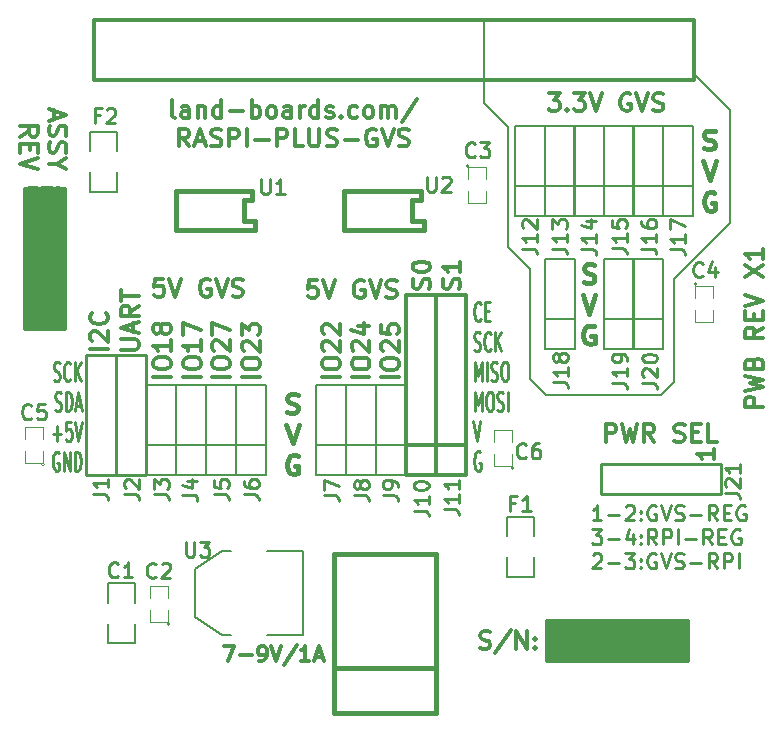
<source format=gto>
G04 (created by PCBNEW (2013-05-31 BZR 4019)-stable) date 7/18/2014 6:41:03 PM*
%MOIN*%
G04 Gerber Fmt 3.4, Leading zero omitted, Abs format*
%FSLAX34Y34*%
G01*
G70*
G90*
G04 APERTURE LIST*
%ADD10C,0.00590551*%
%ADD11C,0.00787402*%
%ADD12C,0.00984252*%
%ADD13C,0.011811*%
%ADD14C,0.015*%
%ADD15C,0.00875*%
%ADD16C,0.01*%
%ADD17C,0.006*%
%ADD18C,0.012*%
%ADD19C,0.005*%
%ADD20C,0.008*%
%ADD21C,0.0039*%
%ADD22C,0.025*%
G04 APERTURE END LIST*
G54D10*
G54D11*
X15790Y-3160D02*
X15790Y-350D01*
X16570Y-3940D02*
X15790Y-3160D01*
X17310Y-12370D02*
X17310Y-8690D01*
X17840Y-12900D02*
X17310Y-12370D01*
X21680Y-12900D02*
X17840Y-12900D01*
X22110Y-12470D02*
X21680Y-12900D01*
X22110Y-9040D02*
X22110Y-12470D01*
X23980Y-7170D02*
X22110Y-9040D01*
G54D12*
X19700Y-17072D02*
X19415Y-17072D01*
X19558Y-17072D02*
X19558Y-16572D01*
X19510Y-16643D01*
X19462Y-16691D01*
X19415Y-16715D01*
X19915Y-16881D02*
X20296Y-16881D01*
X20510Y-16620D02*
X20534Y-16596D01*
X20581Y-16572D01*
X20700Y-16572D01*
X20748Y-16596D01*
X20772Y-16620D01*
X20796Y-16667D01*
X20796Y-16715D01*
X20772Y-16786D01*
X20486Y-17072D01*
X20796Y-17072D01*
X21010Y-17024D02*
X21034Y-17048D01*
X21010Y-17072D01*
X20986Y-17048D01*
X21010Y-17024D01*
X21010Y-17072D01*
X21010Y-16762D02*
X21034Y-16786D01*
X21010Y-16810D01*
X20986Y-16786D01*
X21010Y-16762D01*
X21010Y-16810D01*
X21510Y-16596D02*
X21462Y-16572D01*
X21391Y-16572D01*
X21320Y-16596D01*
X21272Y-16643D01*
X21248Y-16691D01*
X21224Y-16786D01*
X21224Y-16858D01*
X21248Y-16953D01*
X21272Y-17000D01*
X21320Y-17048D01*
X21391Y-17072D01*
X21439Y-17072D01*
X21510Y-17048D01*
X21534Y-17024D01*
X21534Y-16858D01*
X21439Y-16858D01*
X21677Y-16572D02*
X21843Y-17072D01*
X22010Y-16572D01*
X22153Y-17048D02*
X22224Y-17072D01*
X22343Y-17072D01*
X22391Y-17048D01*
X22415Y-17024D01*
X22439Y-16977D01*
X22439Y-16929D01*
X22415Y-16881D01*
X22391Y-16858D01*
X22343Y-16834D01*
X22248Y-16810D01*
X22200Y-16786D01*
X22177Y-16762D01*
X22153Y-16715D01*
X22153Y-16667D01*
X22177Y-16620D01*
X22200Y-16596D01*
X22248Y-16572D01*
X22367Y-16572D01*
X22439Y-16596D01*
X22653Y-16881D02*
X23034Y-16881D01*
X23558Y-17072D02*
X23391Y-16834D01*
X23272Y-17072D02*
X23272Y-16572D01*
X23462Y-16572D01*
X23510Y-16596D01*
X23534Y-16620D01*
X23558Y-16667D01*
X23558Y-16739D01*
X23534Y-16786D01*
X23510Y-16810D01*
X23462Y-16834D01*
X23272Y-16834D01*
X23772Y-16810D02*
X23939Y-16810D01*
X24010Y-17072D02*
X23772Y-17072D01*
X23772Y-16572D01*
X24010Y-16572D01*
X24486Y-16596D02*
X24439Y-16572D01*
X24367Y-16572D01*
X24296Y-16596D01*
X24248Y-16643D01*
X24224Y-16691D01*
X24200Y-16786D01*
X24200Y-16858D01*
X24224Y-16953D01*
X24248Y-17000D01*
X24296Y-17048D01*
X24367Y-17072D01*
X24415Y-17072D01*
X24486Y-17048D01*
X24510Y-17024D01*
X24510Y-16858D01*
X24415Y-16858D01*
X19391Y-17370D02*
X19700Y-17370D01*
X19534Y-17561D01*
X19605Y-17561D01*
X19653Y-17585D01*
X19677Y-17608D01*
X19700Y-17656D01*
X19700Y-17775D01*
X19677Y-17823D01*
X19653Y-17846D01*
X19605Y-17870D01*
X19462Y-17870D01*
X19415Y-17846D01*
X19391Y-17823D01*
X19915Y-17680D02*
X20296Y-17680D01*
X20748Y-17537D02*
X20748Y-17870D01*
X20629Y-17346D02*
X20510Y-17704D01*
X20820Y-17704D01*
X21010Y-17823D02*
X21034Y-17846D01*
X21010Y-17870D01*
X20986Y-17846D01*
X21010Y-17823D01*
X21010Y-17870D01*
X21010Y-17561D02*
X21034Y-17585D01*
X21010Y-17608D01*
X20986Y-17585D01*
X21010Y-17561D01*
X21010Y-17608D01*
X21534Y-17870D02*
X21367Y-17632D01*
X21248Y-17870D02*
X21248Y-17370D01*
X21439Y-17370D01*
X21486Y-17394D01*
X21510Y-17418D01*
X21534Y-17466D01*
X21534Y-17537D01*
X21510Y-17585D01*
X21486Y-17608D01*
X21439Y-17632D01*
X21248Y-17632D01*
X21748Y-17870D02*
X21748Y-17370D01*
X21939Y-17370D01*
X21986Y-17394D01*
X22010Y-17418D01*
X22034Y-17466D01*
X22034Y-17537D01*
X22010Y-17585D01*
X21986Y-17608D01*
X21939Y-17632D01*
X21748Y-17632D01*
X22248Y-17870D02*
X22248Y-17370D01*
X22486Y-17680D02*
X22867Y-17680D01*
X23391Y-17870D02*
X23224Y-17632D01*
X23105Y-17870D02*
X23105Y-17370D01*
X23296Y-17370D01*
X23343Y-17394D01*
X23367Y-17418D01*
X23391Y-17466D01*
X23391Y-17537D01*
X23367Y-17585D01*
X23343Y-17608D01*
X23296Y-17632D01*
X23105Y-17632D01*
X23605Y-17608D02*
X23772Y-17608D01*
X23843Y-17870D02*
X23605Y-17870D01*
X23605Y-17370D01*
X23843Y-17370D01*
X24320Y-17394D02*
X24272Y-17370D01*
X24200Y-17370D01*
X24129Y-17394D01*
X24081Y-17442D01*
X24058Y-17489D01*
X24034Y-17585D01*
X24034Y-17656D01*
X24058Y-17751D01*
X24081Y-17799D01*
X24129Y-17846D01*
X24200Y-17870D01*
X24248Y-17870D01*
X24320Y-17846D01*
X24343Y-17823D01*
X24343Y-17656D01*
X24248Y-17656D01*
X19415Y-18216D02*
X19439Y-18193D01*
X19486Y-18169D01*
X19605Y-18169D01*
X19653Y-18193D01*
X19677Y-18216D01*
X19700Y-18264D01*
X19700Y-18312D01*
X19677Y-18383D01*
X19391Y-18669D01*
X19700Y-18669D01*
X19915Y-18478D02*
X20296Y-18478D01*
X20486Y-18169D02*
X20796Y-18169D01*
X20629Y-18359D01*
X20700Y-18359D01*
X20748Y-18383D01*
X20772Y-18407D01*
X20796Y-18454D01*
X20796Y-18573D01*
X20772Y-18621D01*
X20748Y-18645D01*
X20700Y-18669D01*
X20558Y-18669D01*
X20510Y-18645D01*
X20486Y-18621D01*
X21010Y-18621D02*
X21034Y-18645D01*
X21010Y-18669D01*
X20986Y-18645D01*
X21010Y-18621D01*
X21010Y-18669D01*
X21010Y-18359D02*
X21034Y-18383D01*
X21010Y-18407D01*
X20986Y-18383D01*
X21010Y-18359D01*
X21010Y-18407D01*
X21510Y-18193D02*
X21462Y-18169D01*
X21391Y-18169D01*
X21320Y-18193D01*
X21272Y-18240D01*
X21248Y-18288D01*
X21224Y-18383D01*
X21224Y-18454D01*
X21248Y-18550D01*
X21272Y-18597D01*
X21320Y-18645D01*
X21391Y-18669D01*
X21439Y-18669D01*
X21510Y-18645D01*
X21534Y-18621D01*
X21534Y-18454D01*
X21439Y-18454D01*
X21677Y-18169D02*
X21843Y-18669D01*
X22010Y-18169D01*
X22153Y-18645D02*
X22224Y-18669D01*
X22343Y-18669D01*
X22391Y-18645D01*
X22415Y-18621D01*
X22439Y-18573D01*
X22439Y-18526D01*
X22415Y-18478D01*
X22391Y-18454D01*
X22343Y-18431D01*
X22248Y-18407D01*
X22200Y-18383D01*
X22177Y-18359D01*
X22153Y-18312D01*
X22153Y-18264D01*
X22177Y-18216D01*
X22200Y-18193D01*
X22248Y-18169D01*
X22367Y-18169D01*
X22439Y-18193D01*
X22653Y-18478D02*
X23034Y-18478D01*
X23558Y-18669D02*
X23391Y-18431D01*
X23272Y-18669D02*
X23272Y-18169D01*
X23462Y-18169D01*
X23510Y-18193D01*
X23534Y-18216D01*
X23558Y-18264D01*
X23558Y-18335D01*
X23534Y-18383D01*
X23510Y-18407D01*
X23462Y-18431D01*
X23272Y-18431D01*
X23772Y-18669D02*
X23772Y-18169D01*
X23962Y-18169D01*
X24010Y-18193D01*
X24034Y-18216D01*
X24058Y-18264D01*
X24058Y-18335D01*
X24034Y-18383D01*
X24010Y-18407D01*
X23962Y-18431D01*
X23772Y-18431D01*
X24272Y-18669D02*
X24272Y-18169D01*
G54D13*
X19859Y-14449D02*
X19859Y-13858D01*
X20084Y-13858D01*
X20141Y-13886D01*
X20169Y-13914D01*
X20197Y-13970D01*
X20197Y-14055D01*
X20169Y-14111D01*
X20141Y-14139D01*
X20084Y-14167D01*
X19859Y-14167D01*
X20394Y-13858D02*
X20534Y-14449D01*
X20647Y-14027D01*
X20759Y-14449D01*
X20900Y-13858D01*
X21462Y-14449D02*
X21265Y-14167D01*
X21125Y-14449D02*
X21125Y-13858D01*
X21350Y-13858D01*
X21406Y-13886D01*
X21434Y-13914D01*
X21462Y-13970D01*
X21462Y-14055D01*
X21434Y-14111D01*
X21406Y-14139D01*
X21350Y-14167D01*
X21125Y-14167D01*
X22137Y-14420D02*
X22222Y-14449D01*
X22362Y-14449D01*
X22418Y-14420D01*
X22447Y-14392D01*
X22475Y-14336D01*
X22475Y-14280D01*
X22447Y-14224D01*
X22418Y-14195D01*
X22362Y-14167D01*
X22250Y-14139D01*
X22193Y-14111D01*
X22165Y-14083D01*
X22137Y-14027D01*
X22137Y-13970D01*
X22165Y-13914D01*
X22193Y-13886D01*
X22250Y-13858D01*
X22390Y-13858D01*
X22475Y-13886D01*
X22728Y-14139D02*
X22925Y-14139D01*
X23009Y-14449D02*
X22728Y-14449D01*
X22728Y-13858D01*
X23009Y-13858D01*
X23543Y-14449D02*
X23262Y-14449D01*
X23262Y-13858D01*
X10232Y-9068D02*
X9951Y-9068D01*
X9923Y-9349D01*
X9951Y-9321D01*
X10007Y-9293D01*
X10148Y-9293D01*
X10204Y-9321D01*
X10232Y-9349D01*
X10261Y-9405D01*
X10261Y-9546D01*
X10232Y-9602D01*
X10204Y-9630D01*
X10148Y-9659D01*
X10007Y-9659D01*
X9951Y-9630D01*
X9923Y-9602D01*
X10429Y-9068D02*
X10626Y-9659D01*
X10823Y-9068D01*
X11779Y-9096D02*
X11723Y-9068D01*
X11639Y-9068D01*
X11554Y-9096D01*
X11498Y-9152D01*
X11470Y-9209D01*
X11442Y-9321D01*
X11442Y-9405D01*
X11470Y-9518D01*
X11498Y-9574D01*
X11554Y-9630D01*
X11639Y-9659D01*
X11695Y-9659D01*
X11779Y-9630D01*
X11807Y-9602D01*
X11807Y-9405D01*
X11695Y-9405D01*
X11976Y-9068D02*
X12173Y-9659D01*
X12370Y-9068D01*
X12538Y-9630D02*
X12623Y-9659D01*
X12763Y-9659D01*
X12820Y-9630D01*
X12848Y-9602D01*
X12876Y-9546D01*
X12876Y-9490D01*
X12848Y-9434D01*
X12820Y-9405D01*
X12763Y-9377D01*
X12651Y-9349D01*
X12595Y-9321D01*
X12567Y-9293D01*
X12538Y-9237D01*
X12538Y-9180D01*
X12567Y-9124D01*
X12595Y-9096D01*
X12651Y-9068D01*
X12792Y-9068D01*
X12876Y-9096D01*
G54D11*
X23976Y-3385D02*
X22795Y-2204D01*
X23976Y-7165D02*
X23976Y-3385D01*
X16574Y-7952D02*
X17322Y-8700D01*
X16574Y-3937D02*
X16574Y-7952D01*
G54D14*
X23128Y-4672D02*
X23217Y-4701D01*
X23366Y-4701D01*
X23426Y-4672D01*
X23455Y-4642D01*
X23485Y-4582D01*
X23485Y-4523D01*
X23455Y-4463D01*
X23426Y-4433D01*
X23366Y-4404D01*
X23247Y-4374D01*
X23188Y-4344D01*
X23158Y-4314D01*
X23128Y-4255D01*
X23128Y-4195D01*
X23158Y-4136D01*
X23188Y-4106D01*
X23247Y-4076D01*
X23396Y-4076D01*
X23485Y-4106D01*
X23098Y-5101D02*
X23307Y-5726D01*
X23515Y-5101D01*
X23470Y-6156D02*
X23411Y-6126D01*
X23321Y-6126D01*
X23232Y-6156D01*
X23173Y-6216D01*
X23143Y-6275D01*
X23113Y-6394D01*
X23113Y-6483D01*
X23143Y-6602D01*
X23173Y-6662D01*
X23232Y-6722D01*
X23321Y-6751D01*
X23381Y-6751D01*
X23470Y-6722D01*
X23500Y-6692D01*
X23500Y-6483D01*
X23381Y-6483D01*
X19112Y-9120D02*
X19202Y-9150D01*
X19350Y-9150D01*
X19410Y-9120D01*
X19440Y-9091D01*
X19469Y-9031D01*
X19469Y-8972D01*
X19440Y-8912D01*
X19410Y-8882D01*
X19350Y-8852D01*
X19231Y-8823D01*
X19172Y-8793D01*
X19142Y-8763D01*
X19112Y-8704D01*
X19112Y-8644D01*
X19142Y-8585D01*
X19172Y-8555D01*
X19231Y-8525D01*
X19380Y-8525D01*
X19469Y-8555D01*
X19083Y-9550D02*
X19291Y-10175D01*
X19499Y-9550D01*
X19455Y-10605D02*
X19395Y-10575D01*
X19306Y-10575D01*
X19216Y-10605D01*
X19157Y-10664D01*
X19127Y-10724D01*
X19097Y-10843D01*
X19097Y-10932D01*
X19127Y-11051D01*
X19157Y-11111D01*
X19216Y-11170D01*
X19306Y-11200D01*
X19365Y-11200D01*
X19455Y-11170D01*
X19484Y-11141D01*
X19484Y-10932D01*
X19365Y-10932D01*
G54D13*
X17943Y-2838D02*
X18309Y-2838D01*
X18112Y-3063D01*
X18196Y-3063D01*
X18253Y-3091D01*
X18281Y-3119D01*
X18309Y-3175D01*
X18309Y-3316D01*
X18281Y-3372D01*
X18253Y-3400D01*
X18196Y-3429D01*
X18028Y-3429D01*
X17971Y-3400D01*
X17943Y-3372D01*
X18562Y-3372D02*
X18590Y-3400D01*
X18562Y-3429D01*
X18534Y-3400D01*
X18562Y-3372D01*
X18562Y-3429D01*
X18787Y-2838D02*
X19152Y-2838D01*
X18956Y-3063D01*
X19040Y-3063D01*
X19096Y-3091D01*
X19124Y-3119D01*
X19152Y-3175D01*
X19152Y-3316D01*
X19124Y-3372D01*
X19096Y-3400D01*
X19040Y-3429D01*
X18871Y-3429D01*
X18815Y-3400D01*
X18787Y-3372D01*
X19321Y-2838D02*
X19518Y-3429D01*
X19715Y-2838D01*
X20671Y-2866D02*
X20615Y-2838D01*
X20530Y-2838D01*
X20446Y-2866D01*
X20390Y-2922D01*
X20362Y-2979D01*
X20334Y-3091D01*
X20334Y-3175D01*
X20362Y-3288D01*
X20390Y-3344D01*
X20446Y-3400D01*
X20530Y-3429D01*
X20587Y-3429D01*
X20671Y-3400D01*
X20699Y-3372D01*
X20699Y-3175D01*
X20587Y-3175D01*
X20868Y-2838D02*
X21065Y-3429D01*
X21262Y-2838D01*
X21430Y-3400D02*
X21515Y-3429D01*
X21655Y-3429D01*
X21711Y-3400D01*
X21740Y-3372D01*
X21768Y-3316D01*
X21768Y-3260D01*
X21740Y-3204D01*
X21711Y-3175D01*
X21655Y-3147D01*
X21543Y-3119D01*
X21486Y-3091D01*
X21458Y-3063D01*
X21430Y-3007D01*
X21430Y-2950D01*
X21458Y-2894D01*
X21486Y-2866D01*
X21543Y-2838D01*
X21683Y-2838D01*
X21768Y-2866D01*
X5102Y-9018D02*
X4821Y-9018D01*
X4793Y-9299D01*
X4821Y-9271D01*
X4877Y-9243D01*
X5018Y-9243D01*
X5074Y-9271D01*
X5102Y-9299D01*
X5131Y-9355D01*
X5131Y-9496D01*
X5102Y-9552D01*
X5074Y-9580D01*
X5018Y-9609D01*
X4877Y-9609D01*
X4821Y-9580D01*
X4793Y-9552D01*
X5299Y-9018D02*
X5496Y-9609D01*
X5693Y-9018D01*
X6649Y-9046D02*
X6593Y-9018D01*
X6509Y-9018D01*
X6424Y-9046D01*
X6368Y-9102D01*
X6340Y-9159D01*
X6312Y-9271D01*
X6312Y-9355D01*
X6340Y-9468D01*
X6368Y-9524D01*
X6424Y-9580D01*
X6509Y-9609D01*
X6565Y-9609D01*
X6649Y-9580D01*
X6677Y-9552D01*
X6677Y-9355D01*
X6565Y-9355D01*
X6846Y-9018D02*
X7043Y-9609D01*
X7240Y-9018D01*
X7408Y-9580D02*
X7493Y-9609D01*
X7633Y-9609D01*
X7690Y-9580D01*
X7718Y-9552D01*
X7746Y-9496D01*
X7746Y-9440D01*
X7718Y-9384D01*
X7690Y-9355D01*
X7633Y-9327D01*
X7521Y-9299D01*
X7465Y-9271D01*
X7437Y-9243D01*
X7408Y-9187D01*
X7408Y-9130D01*
X7437Y-9074D01*
X7465Y-9046D01*
X7521Y-9018D01*
X7662Y-9018D01*
X7746Y-9046D01*
X25081Y-13284D02*
X24491Y-13284D01*
X24491Y-13059D01*
X24519Y-13003D01*
X24547Y-12975D01*
X24603Y-12947D01*
X24687Y-12947D01*
X24744Y-12975D01*
X24772Y-13003D01*
X24800Y-13059D01*
X24800Y-13284D01*
X24491Y-12750D02*
X25081Y-12609D01*
X24659Y-12497D01*
X25081Y-12384D01*
X24491Y-12244D01*
X24772Y-11822D02*
X24800Y-11737D01*
X24828Y-11709D01*
X24884Y-11681D01*
X24969Y-11681D01*
X25025Y-11709D01*
X25053Y-11737D01*
X25081Y-11794D01*
X25081Y-12019D01*
X24491Y-12019D01*
X24491Y-11822D01*
X24519Y-11766D01*
X24547Y-11737D01*
X24603Y-11709D01*
X24659Y-11709D01*
X24715Y-11737D01*
X24744Y-11766D01*
X24772Y-11822D01*
X24772Y-12019D01*
X25081Y-10641D02*
X24800Y-10838D01*
X25081Y-10978D02*
X24491Y-10978D01*
X24491Y-10753D01*
X24519Y-10697D01*
X24547Y-10669D01*
X24603Y-10641D01*
X24687Y-10641D01*
X24744Y-10669D01*
X24772Y-10697D01*
X24800Y-10753D01*
X24800Y-10978D01*
X24772Y-10388D02*
X24772Y-10191D01*
X25081Y-10106D02*
X25081Y-10388D01*
X24491Y-10388D01*
X24491Y-10106D01*
X24491Y-9938D02*
X25081Y-9741D01*
X24491Y-9544D01*
X24491Y-8953D02*
X25081Y-8560D01*
X24491Y-8560D02*
X25081Y-8953D01*
X25081Y-8025D02*
X25081Y-8363D01*
X25081Y-8194D02*
X24491Y-8194D01*
X24575Y-8250D01*
X24631Y-8307D01*
X24659Y-8363D01*
X1449Y-3405D02*
X1449Y-3686D01*
X1280Y-3349D02*
X1871Y-3545D01*
X1280Y-3742D01*
X1309Y-3911D02*
X1280Y-3995D01*
X1280Y-4136D01*
X1309Y-4192D01*
X1337Y-4220D01*
X1393Y-4248D01*
X1449Y-4248D01*
X1505Y-4220D01*
X1534Y-4192D01*
X1562Y-4136D01*
X1590Y-4023D01*
X1618Y-3967D01*
X1646Y-3939D01*
X1702Y-3911D01*
X1759Y-3911D01*
X1815Y-3939D01*
X1843Y-3967D01*
X1871Y-4023D01*
X1871Y-4164D01*
X1843Y-4248D01*
X1309Y-4473D02*
X1280Y-4558D01*
X1280Y-4698D01*
X1309Y-4755D01*
X1337Y-4783D01*
X1393Y-4811D01*
X1449Y-4811D01*
X1505Y-4783D01*
X1534Y-4755D01*
X1562Y-4698D01*
X1590Y-4586D01*
X1618Y-4530D01*
X1646Y-4501D01*
X1702Y-4473D01*
X1759Y-4473D01*
X1815Y-4501D01*
X1843Y-4530D01*
X1871Y-4586D01*
X1871Y-4726D01*
X1843Y-4811D01*
X1562Y-5176D02*
X1280Y-5176D01*
X1871Y-4980D02*
X1562Y-5176D01*
X1871Y-5373D01*
X336Y-4277D02*
X617Y-4080D01*
X336Y-3939D02*
X926Y-3939D01*
X926Y-4164D01*
X898Y-4220D01*
X870Y-4248D01*
X814Y-4277D01*
X729Y-4277D01*
X673Y-4248D01*
X645Y-4220D01*
X617Y-4164D01*
X617Y-3939D01*
X645Y-4530D02*
X645Y-4726D01*
X336Y-4811D02*
X336Y-4530D01*
X926Y-4530D01*
X926Y-4811D01*
X926Y-4980D02*
X336Y-5176D01*
X926Y-5373D01*
X15661Y-21330D02*
X15746Y-21359D01*
X15886Y-21359D01*
X15943Y-21330D01*
X15971Y-21302D01*
X15999Y-21246D01*
X15999Y-21190D01*
X15971Y-21134D01*
X15943Y-21105D01*
X15886Y-21077D01*
X15774Y-21049D01*
X15718Y-21021D01*
X15690Y-20993D01*
X15661Y-20937D01*
X15661Y-20880D01*
X15690Y-20824D01*
X15718Y-20796D01*
X15774Y-20768D01*
X15915Y-20768D01*
X15999Y-20796D01*
X16674Y-20740D02*
X16168Y-21499D01*
X16871Y-21359D02*
X16871Y-20768D01*
X17208Y-21359D01*
X17208Y-20768D01*
X17489Y-21302D02*
X17518Y-21330D01*
X17489Y-21359D01*
X17461Y-21330D01*
X17489Y-21302D01*
X17489Y-21359D01*
X17489Y-20993D02*
X17518Y-21021D01*
X17489Y-21049D01*
X17461Y-21021D01*
X17489Y-20993D01*
X17489Y-21049D01*
X23469Y-14681D02*
X23469Y-15018D01*
X23469Y-14849D02*
X22878Y-14849D01*
X22962Y-14906D01*
X23019Y-14962D01*
X23047Y-15018D01*
X7137Y-21262D02*
X7470Y-21262D01*
X7256Y-21762D01*
X7660Y-21571D02*
X8041Y-21571D01*
X8303Y-21762D02*
X8399Y-21762D01*
X8446Y-21738D01*
X8470Y-21714D01*
X8518Y-21643D01*
X8541Y-21548D01*
X8541Y-21357D01*
X8518Y-21310D01*
X8494Y-21286D01*
X8446Y-21262D01*
X8351Y-21262D01*
X8303Y-21286D01*
X8280Y-21310D01*
X8256Y-21357D01*
X8256Y-21476D01*
X8280Y-21524D01*
X8303Y-21548D01*
X8351Y-21571D01*
X8446Y-21571D01*
X8494Y-21548D01*
X8518Y-21524D01*
X8541Y-21476D01*
X8684Y-21262D02*
X8851Y-21762D01*
X9018Y-21262D01*
X9541Y-21238D02*
X9113Y-21881D01*
X9970Y-21762D02*
X9684Y-21762D01*
X9827Y-21762D02*
X9827Y-21262D01*
X9780Y-21333D01*
X9732Y-21381D01*
X9684Y-21405D01*
X10160Y-21619D02*
X10399Y-21619D01*
X10113Y-21762D02*
X10280Y-21262D01*
X10446Y-21762D01*
G54D15*
X1441Y-12403D02*
X1491Y-12433D01*
X1574Y-12433D01*
X1607Y-12403D01*
X1624Y-12372D01*
X1641Y-12310D01*
X1641Y-12248D01*
X1624Y-12186D01*
X1607Y-12155D01*
X1574Y-12124D01*
X1507Y-12093D01*
X1474Y-12062D01*
X1457Y-12031D01*
X1441Y-11969D01*
X1441Y-11907D01*
X1457Y-11845D01*
X1474Y-11814D01*
X1507Y-11783D01*
X1591Y-11783D01*
X1641Y-11814D01*
X1991Y-12372D02*
X1974Y-12403D01*
X1924Y-12433D01*
X1891Y-12433D01*
X1841Y-12403D01*
X1807Y-12341D01*
X1791Y-12279D01*
X1774Y-12155D01*
X1774Y-12062D01*
X1791Y-11938D01*
X1807Y-11876D01*
X1841Y-11814D01*
X1891Y-11783D01*
X1924Y-11783D01*
X1974Y-11814D01*
X1991Y-11845D01*
X2141Y-12433D02*
X2141Y-11783D01*
X2341Y-12433D02*
X2191Y-12062D01*
X2341Y-11783D02*
X2141Y-12155D01*
X1491Y-13400D02*
X1541Y-13431D01*
X1624Y-13431D01*
X1657Y-13400D01*
X1674Y-13369D01*
X1691Y-13307D01*
X1691Y-13245D01*
X1674Y-13183D01*
X1657Y-13152D01*
X1624Y-13121D01*
X1557Y-13090D01*
X1524Y-13060D01*
X1507Y-13029D01*
X1491Y-12967D01*
X1491Y-12905D01*
X1507Y-12843D01*
X1524Y-12812D01*
X1557Y-12781D01*
X1641Y-12781D01*
X1691Y-12812D01*
X1841Y-13431D02*
X1841Y-12781D01*
X1924Y-12781D01*
X1974Y-12812D01*
X2007Y-12874D01*
X2024Y-12936D01*
X2041Y-13060D01*
X2041Y-13152D01*
X2024Y-13276D01*
X2007Y-13338D01*
X1974Y-13400D01*
X1924Y-13431D01*
X1841Y-13431D01*
X2174Y-13245D02*
X2341Y-13245D01*
X2141Y-13431D02*
X2257Y-12781D01*
X2374Y-13431D01*
X1424Y-14181D02*
X1691Y-14181D01*
X1557Y-14428D02*
X1557Y-13933D01*
X2024Y-13778D02*
X1857Y-13778D01*
X1841Y-14088D01*
X1857Y-14057D01*
X1891Y-14026D01*
X1974Y-14026D01*
X2007Y-14057D01*
X2024Y-14088D01*
X2041Y-14150D01*
X2041Y-14305D01*
X2024Y-14367D01*
X2007Y-14398D01*
X1974Y-14428D01*
X1891Y-14428D01*
X1857Y-14398D01*
X1841Y-14367D01*
X2141Y-13778D02*
X2257Y-14428D01*
X2374Y-13778D01*
X1607Y-14807D02*
X1574Y-14776D01*
X1524Y-14776D01*
X1474Y-14807D01*
X1441Y-14869D01*
X1424Y-14931D01*
X1407Y-15055D01*
X1407Y-15147D01*
X1424Y-15271D01*
X1441Y-15333D01*
X1474Y-15395D01*
X1524Y-15426D01*
X1557Y-15426D01*
X1607Y-15395D01*
X1624Y-15364D01*
X1624Y-15147D01*
X1557Y-15147D01*
X1774Y-15426D02*
X1774Y-14776D01*
X1974Y-15426D01*
X1974Y-14776D01*
X2141Y-15426D02*
X2141Y-14776D01*
X2224Y-14776D01*
X2274Y-14807D01*
X2307Y-14869D01*
X2324Y-14931D01*
X2341Y-15055D01*
X2341Y-15147D01*
X2324Y-15271D01*
X2307Y-15333D01*
X2274Y-15395D01*
X2224Y-15426D01*
X2141Y-15426D01*
X15680Y-10372D02*
X15663Y-10403D01*
X15613Y-10433D01*
X15580Y-10433D01*
X15530Y-10403D01*
X15496Y-10341D01*
X15480Y-10279D01*
X15463Y-10155D01*
X15463Y-10062D01*
X15480Y-9938D01*
X15496Y-9876D01*
X15530Y-9814D01*
X15580Y-9783D01*
X15613Y-9783D01*
X15663Y-9814D01*
X15680Y-9845D01*
X15830Y-10093D02*
X15946Y-10093D01*
X15996Y-10433D02*
X15830Y-10433D01*
X15830Y-9783D01*
X15996Y-9783D01*
X15463Y-11400D02*
X15513Y-11431D01*
X15596Y-11431D01*
X15630Y-11400D01*
X15646Y-11369D01*
X15663Y-11307D01*
X15663Y-11245D01*
X15646Y-11183D01*
X15630Y-11152D01*
X15596Y-11121D01*
X15530Y-11090D01*
X15496Y-11060D01*
X15480Y-11029D01*
X15463Y-10967D01*
X15463Y-10905D01*
X15480Y-10843D01*
X15496Y-10812D01*
X15530Y-10781D01*
X15613Y-10781D01*
X15663Y-10812D01*
X16013Y-11369D02*
X15996Y-11400D01*
X15946Y-11431D01*
X15913Y-11431D01*
X15863Y-11400D01*
X15830Y-11338D01*
X15813Y-11276D01*
X15796Y-11152D01*
X15796Y-11060D01*
X15813Y-10936D01*
X15830Y-10874D01*
X15863Y-10812D01*
X15913Y-10781D01*
X15946Y-10781D01*
X15996Y-10812D01*
X16013Y-10843D01*
X16163Y-11431D02*
X16163Y-10781D01*
X16363Y-11431D02*
X16213Y-11060D01*
X16363Y-10781D02*
X16163Y-11152D01*
X15480Y-12428D02*
X15480Y-11778D01*
X15596Y-12243D01*
X15713Y-11778D01*
X15713Y-12428D01*
X15880Y-12428D02*
X15880Y-11778D01*
X16030Y-12398D02*
X16080Y-12428D01*
X16163Y-12428D01*
X16196Y-12398D01*
X16213Y-12367D01*
X16230Y-12305D01*
X16230Y-12243D01*
X16213Y-12181D01*
X16196Y-12150D01*
X16163Y-12119D01*
X16096Y-12088D01*
X16063Y-12057D01*
X16046Y-12026D01*
X16030Y-11964D01*
X16030Y-11902D01*
X16046Y-11840D01*
X16063Y-11809D01*
X16096Y-11778D01*
X16180Y-11778D01*
X16230Y-11809D01*
X16446Y-11778D02*
X16513Y-11778D01*
X16546Y-11809D01*
X16580Y-11871D01*
X16596Y-11995D01*
X16596Y-12212D01*
X16580Y-12336D01*
X16546Y-12398D01*
X16513Y-12428D01*
X16446Y-12428D01*
X16413Y-12398D01*
X16380Y-12336D01*
X16363Y-12212D01*
X16363Y-11995D01*
X16380Y-11871D01*
X16413Y-11809D01*
X16446Y-11778D01*
X15480Y-13426D02*
X15480Y-12776D01*
X15596Y-13240D01*
X15713Y-12776D01*
X15713Y-13426D01*
X15946Y-12776D02*
X16013Y-12776D01*
X16046Y-12807D01*
X16080Y-12869D01*
X16096Y-12993D01*
X16096Y-13209D01*
X16080Y-13333D01*
X16046Y-13395D01*
X16013Y-13426D01*
X15946Y-13426D01*
X15913Y-13395D01*
X15880Y-13333D01*
X15863Y-13209D01*
X15863Y-12993D01*
X15880Y-12869D01*
X15913Y-12807D01*
X15946Y-12776D01*
X16230Y-13395D02*
X16280Y-13426D01*
X16363Y-13426D01*
X16396Y-13395D01*
X16413Y-13364D01*
X16430Y-13302D01*
X16430Y-13240D01*
X16413Y-13178D01*
X16396Y-13147D01*
X16363Y-13116D01*
X16296Y-13085D01*
X16263Y-13055D01*
X16246Y-13024D01*
X16230Y-12962D01*
X16230Y-12900D01*
X16246Y-12838D01*
X16263Y-12807D01*
X16296Y-12776D01*
X16380Y-12776D01*
X16430Y-12807D01*
X16580Y-13426D02*
X16580Y-12776D01*
X15430Y-13773D02*
X15546Y-14423D01*
X15663Y-13773D01*
X15663Y-14802D02*
X15630Y-14771D01*
X15580Y-14771D01*
X15530Y-14802D01*
X15496Y-14864D01*
X15480Y-14926D01*
X15463Y-15050D01*
X15463Y-15142D01*
X15480Y-15266D01*
X15496Y-15328D01*
X15530Y-15390D01*
X15580Y-15421D01*
X15613Y-15421D01*
X15663Y-15390D01*
X15680Y-15359D01*
X15680Y-15142D01*
X15613Y-15142D01*
G54D13*
X5488Y-3659D02*
X5432Y-3630D01*
X5404Y-3574D01*
X5404Y-3068D01*
X5966Y-3659D02*
X5966Y-3349D01*
X5938Y-3293D01*
X5882Y-3265D01*
X5770Y-3265D01*
X5713Y-3293D01*
X5966Y-3630D02*
X5910Y-3659D01*
X5770Y-3659D01*
X5713Y-3630D01*
X5685Y-3574D01*
X5685Y-3518D01*
X5713Y-3462D01*
X5770Y-3434D01*
X5910Y-3434D01*
X5966Y-3405D01*
X6248Y-3265D02*
X6248Y-3659D01*
X6248Y-3321D02*
X6276Y-3293D01*
X6332Y-3265D01*
X6416Y-3265D01*
X6473Y-3293D01*
X6501Y-3349D01*
X6501Y-3659D01*
X7035Y-3659D02*
X7035Y-3068D01*
X7035Y-3630D02*
X6979Y-3659D01*
X6866Y-3659D01*
X6810Y-3630D01*
X6782Y-3602D01*
X6754Y-3546D01*
X6754Y-3377D01*
X6782Y-3321D01*
X6810Y-3293D01*
X6866Y-3265D01*
X6979Y-3265D01*
X7035Y-3293D01*
X7316Y-3434D02*
X7766Y-3434D01*
X8047Y-3659D02*
X8047Y-3068D01*
X8047Y-3293D02*
X8104Y-3265D01*
X8216Y-3265D01*
X8272Y-3293D01*
X8301Y-3321D01*
X8329Y-3377D01*
X8329Y-3546D01*
X8301Y-3602D01*
X8272Y-3630D01*
X8216Y-3659D01*
X8104Y-3659D01*
X8047Y-3630D01*
X8666Y-3659D02*
X8610Y-3630D01*
X8582Y-3602D01*
X8554Y-3546D01*
X8554Y-3377D01*
X8582Y-3321D01*
X8610Y-3293D01*
X8666Y-3265D01*
X8751Y-3265D01*
X8807Y-3293D01*
X8835Y-3321D01*
X8863Y-3377D01*
X8863Y-3546D01*
X8835Y-3602D01*
X8807Y-3630D01*
X8751Y-3659D01*
X8666Y-3659D01*
X9369Y-3659D02*
X9369Y-3349D01*
X9341Y-3293D01*
X9285Y-3265D01*
X9172Y-3265D01*
X9116Y-3293D01*
X9369Y-3630D02*
X9313Y-3659D01*
X9172Y-3659D01*
X9116Y-3630D01*
X9088Y-3574D01*
X9088Y-3518D01*
X9116Y-3462D01*
X9172Y-3434D01*
X9313Y-3434D01*
X9369Y-3405D01*
X9650Y-3659D02*
X9650Y-3265D01*
X9650Y-3377D02*
X9679Y-3321D01*
X9707Y-3293D01*
X9763Y-3265D01*
X9819Y-3265D01*
X10269Y-3659D02*
X10269Y-3068D01*
X10269Y-3630D02*
X10213Y-3659D01*
X10100Y-3659D01*
X10044Y-3630D01*
X10016Y-3602D01*
X9988Y-3546D01*
X9988Y-3377D01*
X10016Y-3321D01*
X10044Y-3293D01*
X10100Y-3265D01*
X10213Y-3265D01*
X10269Y-3293D01*
X10522Y-3630D02*
X10578Y-3659D01*
X10691Y-3659D01*
X10747Y-3630D01*
X10775Y-3574D01*
X10775Y-3546D01*
X10747Y-3490D01*
X10691Y-3462D01*
X10607Y-3462D01*
X10550Y-3434D01*
X10522Y-3377D01*
X10522Y-3349D01*
X10550Y-3293D01*
X10607Y-3265D01*
X10691Y-3265D01*
X10747Y-3293D01*
X11028Y-3602D02*
X11056Y-3630D01*
X11028Y-3659D01*
X11000Y-3630D01*
X11028Y-3602D01*
X11028Y-3659D01*
X11563Y-3630D02*
X11506Y-3659D01*
X11394Y-3659D01*
X11338Y-3630D01*
X11310Y-3602D01*
X11281Y-3546D01*
X11281Y-3377D01*
X11310Y-3321D01*
X11338Y-3293D01*
X11394Y-3265D01*
X11506Y-3265D01*
X11563Y-3293D01*
X11900Y-3659D02*
X11844Y-3630D01*
X11816Y-3602D01*
X11788Y-3546D01*
X11788Y-3377D01*
X11816Y-3321D01*
X11844Y-3293D01*
X11900Y-3265D01*
X11984Y-3265D01*
X12041Y-3293D01*
X12069Y-3321D01*
X12097Y-3377D01*
X12097Y-3546D01*
X12069Y-3602D01*
X12041Y-3630D01*
X11984Y-3659D01*
X11900Y-3659D01*
X12350Y-3659D02*
X12350Y-3265D01*
X12350Y-3321D02*
X12378Y-3293D01*
X12434Y-3265D01*
X12519Y-3265D01*
X12575Y-3293D01*
X12603Y-3349D01*
X12603Y-3659D01*
X12603Y-3349D02*
X12631Y-3293D01*
X12688Y-3265D01*
X12772Y-3265D01*
X12828Y-3293D01*
X12856Y-3349D01*
X12856Y-3659D01*
X13559Y-3040D02*
X13053Y-3799D01*
X5966Y-4603D02*
X5770Y-4322D01*
X5629Y-4603D02*
X5629Y-4013D01*
X5854Y-4013D01*
X5910Y-4041D01*
X5938Y-4069D01*
X5966Y-4125D01*
X5966Y-4210D01*
X5938Y-4266D01*
X5910Y-4294D01*
X5854Y-4322D01*
X5629Y-4322D01*
X6191Y-4435D02*
X6473Y-4435D01*
X6135Y-4603D02*
X6332Y-4013D01*
X6529Y-4603D01*
X6698Y-4575D02*
X6782Y-4603D01*
X6923Y-4603D01*
X6979Y-4575D01*
X7007Y-4547D01*
X7035Y-4491D01*
X7035Y-4435D01*
X7007Y-4378D01*
X6979Y-4350D01*
X6923Y-4322D01*
X6810Y-4294D01*
X6754Y-4266D01*
X6726Y-4238D01*
X6698Y-4182D01*
X6698Y-4125D01*
X6726Y-4069D01*
X6754Y-4041D01*
X6810Y-4013D01*
X6951Y-4013D01*
X7035Y-4041D01*
X7288Y-4603D02*
X7288Y-4013D01*
X7513Y-4013D01*
X7569Y-4041D01*
X7598Y-4069D01*
X7626Y-4125D01*
X7626Y-4210D01*
X7598Y-4266D01*
X7569Y-4294D01*
X7513Y-4322D01*
X7288Y-4322D01*
X7879Y-4603D02*
X7879Y-4013D01*
X8160Y-4378D02*
X8610Y-4378D01*
X8891Y-4603D02*
X8891Y-4013D01*
X9116Y-4013D01*
X9172Y-4041D01*
X9200Y-4069D01*
X9229Y-4125D01*
X9229Y-4210D01*
X9200Y-4266D01*
X9172Y-4294D01*
X9116Y-4322D01*
X8891Y-4322D01*
X9763Y-4603D02*
X9482Y-4603D01*
X9482Y-4013D01*
X9960Y-4013D02*
X9960Y-4491D01*
X9988Y-4547D01*
X10016Y-4575D01*
X10072Y-4603D01*
X10185Y-4603D01*
X10241Y-4575D01*
X10269Y-4547D01*
X10297Y-4491D01*
X10297Y-4013D01*
X10550Y-4575D02*
X10635Y-4603D01*
X10775Y-4603D01*
X10832Y-4575D01*
X10860Y-4547D01*
X10888Y-4491D01*
X10888Y-4435D01*
X10860Y-4378D01*
X10832Y-4350D01*
X10775Y-4322D01*
X10663Y-4294D01*
X10607Y-4266D01*
X10578Y-4238D01*
X10550Y-4182D01*
X10550Y-4125D01*
X10578Y-4069D01*
X10607Y-4041D01*
X10663Y-4013D01*
X10803Y-4013D01*
X10888Y-4041D01*
X11141Y-4378D02*
X11591Y-4378D01*
X12181Y-4041D02*
X12125Y-4013D01*
X12041Y-4013D01*
X11956Y-4041D01*
X11900Y-4097D01*
X11872Y-4153D01*
X11844Y-4266D01*
X11844Y-4350D01*
X11872Y-4463D01*
X11900Y-4519D01*
X11956Y-4575D01*
X12041Y-4603D01*
X12097Y-4603D01*
X12181Y-4575D01*
X12209Y-4547D01*
X12209Y-4350D01*
X12097Y-4350D01*
X12378Y-4013D02*
X12575Y-4603D01*
X12772Y-4013D01*
X12941Y-4575D02*
X13025Y-4603D01*
X13166Y-4603D01*
X13222Y-4575D01*
X13250Y-4547D01*
X13278Y-4491D01*
X13278Y-4435D01*
X13250Y-4378D01*
X13222Y-4350D01*
X13166Y-4322D01*
X13053Y-4294D01*
X12997Y-4266D01*
X12969Y-4238D01*
X12941Y-4182D01*
X12941Y-4125D01*
X12969Y-4069D01*
X12997Y-4041D01*
X13053Y-4013D01*
X13194Y-4013D01*
X13278Y-4041D01*
X14970Y-9349D02*
X14999Y-9265D01*
X14999Y-9124D01*
X14970Y-9068D01*
X14942Y-9040D01*
X14886Y-9012D01*
X14830Y-9012D01*
X14774Y-9040D01*
X14745Y-9068D01*
X14717Y-9124D01*
X14689Y-9237D01*
X14661Y-9293D01*
X14633Y-9321D01*
X14577Y-9349D01*
X14520Y-9349D01*
X14464Y-9321D01*
X14436Y-9293D01*
X14408Y-9237D01*
X14408Y-9096D01*
X14436Y-9012D01*
X14999Y-8450D02*
X14999Y-8787D01*
X14999Y-8618D02*
X14408Y-8618D01*
X14492Y-8675D01*
X14549Y-8731D01*
X14577Y-8787D01*
X13970Y-9349D02*
X13999Y-9265D01*
X13999Y-9124D01*
X13970Y-9068D01*
X13942Y-9040D01*
X13886Y-9012D01*
X13830Y-9012D01*
X13774Y-9040D01*
X13745Y-9068D01*
X13717Y-9124D01*
X13689Y-9237D01*
X13661Y-9293D01*
X13633Y-9321D01*
X13577Y-9349D01*
X13520Y-9349D01*
X13464Y-9321D01*
X13436Y-9293D01*
X13408Y-9237D01*
X13408Y-9096D01*
X13436Y-9012D01*
X13408Y-8646D02*
X13408Y-8590D01*
X13436Y-8534D01*
X13464Y-8506D01*
X13520Y-8478D01*
X13633Y-8450D01*
X13774Y-8450D01*
X13886Y-8478D01*
X13942Y-8506D01*
X13970Y-8534D01*
X13999Y-8590D01*
X13999Y-8646D01*
X13970Y-8703D01*
X13942Y-8731D01*
X13886Y-8759D01*
X13774Y-8787D01*
X13633Y-8787D01*
X13520Y-8759D01*
X13464Y-8731D01*
X13436Y-8703D01*
X13408Y-8646D01*
X12959Y-12301D02*
X12368Y-12301D01*
X12368Y-11908D02*
X12368Y-11795D01*
X12396Y-11739D01*
X12452Y-11683D01*
X12565Y-11654D01*
X12762Y-11654D01*
X12874Y-11683D01*
X12930Y-11739D01*
X12959Y-11795D01*
X12959Y-11908D01*
X12930Y-11964D01*
X12874Y-12020D01*
X12762Y-12048D01*
X12565Y-12048D01*
X12452Y-12020D01*
X12396Y-11964D01*
X12368Y-11908D01*
X12424Y-11429D02*
X12396Y-11401D01*
X12368Y-11345D01*
X12368Y-11205D01*
X12396Y-11148D01*
X12424Y-11120D01*
X12480Y-11092D01*
X12537Y-11092D01*
X12621Y-11120D01*
X12959Y-11458D01*
X12959Y-11092D01*
X12368Y-10558D02*
X12368Y-10839D01*
X12649Y-10867D01*
X12621Y-10839D01*
X12593Y-10783D01*
X12593Y-10642D01*
X12621Y-10586D01*
X12649Y-10558D01*
X12705Y-10530D01*
X12846Y-10530D01*
X12902Y-10558D01*
X12930Y-10586D01*
X12959Y-10642D01*
X12959Y-10783D01*
X12930Y-10839D01*
X12902Y-10867D01*
X11969Y-12291D02*
X11378Y-12291D01*
X11378Y-11898D02*
X11378Y-11785D01*
X11406Y-11729D01*
X11462Y-11673D01*
X11575Y-11644D01*
X11772Y-11644D01*
X11884Y-11673D01*
X11940Y-11729D01*
X11969Y-11785D01*
X11969Y-11898D01*
X11940Y-11954D01*
X11884Y-12010D01*
X11772Y-12038D01*
X11575Y-12038D01*
X11462Y-12010D01*
X11406Y-11954D01*
X11378Y-11898D01*
X11434Y-11419D02*
X11406Y-11391D01*
X11378Y-11335D01*
X11378Y-11195D01*
X11406Y-11138D01*
X11434Y-11110D01*
X11490Y-11082D01*
X11547Y-11082D01*
X11631Y-11110D01*
X11969Y-11448D01*
X11969Y-11082D01*
X11575Y-10576D02*
X11969Y-10576D01*
X11350Y-10716D02*
X11772Y-10857D01*
X11772Y-10491D01*
X10979Y-12291D02*
X10388Y-12291D01*
X10388Y-11898D02*
X10388Y-11785D01*
X10416Y-11729D01*
X10472Y-11673D01*
X10585Y-11644D01*
X10782Y-11644D01*
X10894Y-11673D01*
X10950Y-11729D01*
X10979Y-11785D01*
X10979Y-11898D01*
X10950Y-11954D01*
X10894Y-12010D01*
X10782Y-12038D01*
X10585Y-12038D01*
X10472Y-12010D01*
X10416Y-11954D01*
X10388Y-11898D01*
X10444Y-11419D02*
X10416Y-11391D01*
X10388Y-11335D01*
X10388Y-11195D01*
X10416Y-11138D01*
X10444Y-11110D01*
X10500Y-11082D01*
X10557Y-11082D01*
X10641Y-11110D01*
X10979Y-11448D01*
X10979Y-11082D01*
X10444Y-10857D02*
X10416Y-10829D01*
X10388Y-10773D01*
X10388Y-10632D01*
X10416Y-10576D01*
X10444Y-10548D01*
X10500Y-10520D01*
X10557Y-10520D01*
X10641Y-10548D01*
X10979Y-10885D01*
X10979Y-10520D01*
X8319Y-12291D02*
X7728Y-12291D01*
X7728Y-11898D02*
X7728Y-11785D01*
X7756Y-11729D01*
X7812Y-11673D01*
X7925Y-11644D01*
X8122Y-11644D01*
X8234Y-11673D01*
X8290Y-11729D01*
X8319Y-11785D01*
X8319Y-11898D01*
X8290Y-11954D01*
X8234Y-12010D01*
X8122Y-12038D01*
X7925Y-12038D01*
X7812Y-12010D01*
X7756Y-11954D01*
X7728Y-11898D01*
X7784Y-11419D02*
X7756Y-11391D01*
X7728Y-11335D01*
X7728Y-11195D01*
X7756Y-11138D01*
X7784Y-11110D01*
X7840Y-11082D01*
X7897Y-11082D01*
X7981Y-11110D01*
X8319Y-11448D01*
X8319Y-11082D01*
X7728Y-10885D02*
X7728Y-10520D01*
X7953Y-10716D01*
X7953Y-10632D01*
X7981Y-10576D01*
X8009Y-10548D01*
X8065Y-10520D01*
X8206Y-10520D01*
X8262Y-10548D01*
X8290Y-10576D01*
X8319Y-10632D01*
X8319Y-10801D01*
X8290Y-10857D01*
X8262Y-10885D01*
X7309Y-12281D02*
X6718Y-12281D01*
X6718Y-11888D02*
X6718Y-11775D01*
X6746Y-11719D01*
X6802Y-11663D01*
X6915Y-11634D01*
X7112Y-11634D01*
X7224Y-11663D01*
X7280Y-11719D01*
X7309Y-11775D01*
X7309Y-11888D01*
X7280Y-11944D01*
X7224Y-12000D01*
X7112Y-12028D01*
X6915Y-12028D01*
X6802Y-12000D01*
X6746Y-11944D01*
X6718Y-11888D01*
X6774Y-11409D02*
X6746Y-11381D01*
X6718Y-11325D01*
X6718Y-11185D01*
X6746Y-11128D01*
X6774Y-11100D01*
X6830Y-11072D01*
X6887Y-11072D01*
X6971Y-11100D01*
X7309Y-11438D01*
X7309Y-11072D01*
X6718Y-10875D02*
X6718Y-10481D01*
X7309Y-10735D01*
X6359Y-12281D02*
X5768Y-12281D01*
X5768Y-11888D02*
X5768Y-11775D01*
X5796Y-11719D01*
X5852Y-11663D01*
X5965Y-11634D01*
X6162Y-11634D01*
X6274Y-11663D01*
X6330Y-11719D01*
X6359Y-11775D01*
X6359Y-11888D01*
X6330Y-11944D01*
X6274Y-12000D01*
X6162Y-12028D01*
X5965Y-12028D01*
X5852Y-12000D01*
X5796Y-11944D01*
X5768Y-11888D01*
X6359Y-11072D02*
X6359Y-11409D01*
X6359Y-11241D02*
X5768Y-11241D01*
X5852Y-11297D01*
X5909Y-11353D01*
X5937Y-11409D01*
X5768Y-10875D02*
X5768Y-10481D01*
X6359Y-10735D01*
X5349Y-12281D02*
X4758Y-12281D01*
X4758Y-11888D02*
X4758Y-11775D01*
X4786Y-11719D01*
X4842Y-11663D01*
X4955Y-11634D01*
X5152Y-11634D01*
X5264Y-11663D01*
X5320Y-11719D01*
X5349Y-11775D01*
X5349Y-11888D01*
X5320Y-11944D01*
X5264Y-12000D01*
X5152Y-12028D01*
X4955Y-12028D01*
X4842Y-12000D01*
X4786Y-11944D01*
X4758Y-11888D01*
X5349Y-11072D02*
X5349Y-11409D01*
X5349Y-11241D02*
X4758Y-11241D01*
X4842Y-11297D01*
X4899Y-11353D01*
X4927Y-11409D01*
X5011Y-10735D02*
X4983Y-10791D01*
X4955Y-10819D01*
X4899Y-10847D01*
X4870Y-10847D01*
X4814Y-10819D01*
X4786Y-10791D01*
X4758Y-10735D01*
X4758Y-10622D01*
X4786Y-10566D01*
X4814Y-10538D01*
X4870Y-10510D01*
X4899Y-10510D01*
X4955Y-10538D01*
X4983Y-10566D01*
X5011Y-10622D01*
X5011Y-10735D01*
X5039Y-10791D01*
X5067Y-10819D01*
X5124Y-10847D01*
X5236Y-10847D01*
X5292Y-10819D01*
X5320Y-10791D01*
X5349Y-10735D01*
X5349Y-10622D01*
X5320Y-10566D01*
X5292Y-10538D01*
X5236Y-10510D01*
X5124Y-10510D01*
X5067Y-10538D01*
X5039Y-10566D01*
X5011Y-10622D01*
X3683Y-11375D02*
X4161Y-11375D01*
X4218Y-11347D01*
X4246Y-11318D01*
X4274Y-11262D01*
X4274Y-11150D01*
X4246Y-11093D01*
X4218Y-11065D01*
X4161Y-11037D01*
X3683Y-11037D01*
X4105Y-10784D02*
X4105Y-10503D01*
X4274Y-10840D02*
X3683Y-10643D01*
X4274Y-10447D01*
X4274Y-9912D02*
X3993Y-10109D01*
X4274Y-10250D02*
X3683Y-10250D01*
X3683Y-10025D01*
X3712Y-9969D01*
X3740Y-9940D01*
X3796Y-9912D01*
X3880Y-9912D01*
X3937Y-9940D01*
X3965Y-9969D01*
X3993Y-10025D01*
X3993Y-10250D01*
X3683Y-9744D02*
X3683Y-9406D01*
X4274Y-9575D02*
X3683Y-9575D01*
X3246Y-11347D02*
X2656Y-11347D01*
X2712Y-11094D02*
X2684Y-11066D01*
X2656Y-11009D01*
X2656Y-10869D01*
X2684Y-10813D01*
X2712Y-10784D01*
X2768Y-10756D01*
X2825Y-10756D01*
X2909Y-10784D01*
X3246Y-11122D01*
X3246Y-10756D01*
X3190Y-10166D02*
X3218Y-10194D01*
X3246Y-10278D01*
X3246Y-10334D01*
X3218Y-10419D01*
X3162Y-10475D01*
X3106Y-10503D01*
X2993Y-10531D01*
X2909Y-10531D01*
X2796Y-10503D01*
X2740Y-10475D01*
X2684Y-10419D01*
X2656Y-10334D01*
X2656Y-10278D01*
X2684Y-10194D01*
X2712Y-10166D01*
G54D14*
X9230Y-13451D02*
X9320Y-13481D01*
X9468Y-13481D01*
X9528Y-13451D01*
X9558Y-13421D01*
X9588Y-13362D01*
X9588Y-13302D01*
X9558Y-13243D01*
X9528Y-13213D01*
X9468Y-13183D01*
X9349Y-13153D01*
X9290Y-13124D01*
X9260Y-13094D01*
X9230Y-13034D01*
X9230Y-12975D01*
X9260Y-12915D01*
X9290Y-12886D01*
X9349Y-12856D01*
X9498Y-12856D01*
X9588Y-12886D01*
X9201Y-13881D02*
X9409Y-14506D01*
X9617Y-13881D01*
X9573Y-14936D02*
X9513Y-14906D01*
X9424Y-14906D01*
X9335Y-14936D01*
X9275Y-14995D01*
X9245Y-15055D01*
X9215Y-15174D01*
X9215Y-15263D01*
X9245Y-15382D01*
X9275Y-15442D01*
X9335Y-15501D01*
X9424Y-15531D01*
X9483Y-15531D01*
X9573Y-15501D01*
X9602Y-15471D01*
X9602Y-15263D01*
X9483Y-15263D01*
G54D16*
X4507Y-11570D02*
X4507Y-15570D01*
X3507Y-11570D02*
X3507Y-15570D01*
X3507Y-15570D02*
X4507Y-15570D01*
X4507Y-11570D02*
X3507Y-11570D01*
G54D17*
X5507Y-15570D02*
X4507Y-15570D01*
X4507Y-15570D02*
X4507Y-12570D01*
X4507Y-12570D02*
X5507Y-12570D01*
X5507Y-12570D02*
X5507Y-15570D01*
X4507Y-14570D02*
X5507Y-14570D01*
X7507Y-15570D02*
X6507Y-15570D01*
X6507Y-15570D02*
X6507Y-12570D01*
X6507Y-12570D02*
X7507Y-12570D01*
X7507Y-12570D02*
X7507Y-15570D01*
X6507Y-14570D02*
X7507Y-14570D01*
X11196Y-15570D02*
X10196Y-15570D01*
X10196Y-15570D02*
X10196Y-12570D01*
X10196Y-12570D02*
X11196Y-12570D01*
X11196Y-12570D02*
X11196Y-15570D01*
X10196Y-14570D02*
X11196Y-14570D01*
X13196Y-15570D02*
X12196Y-15570D01*
X12196Y-15570D02*
X12196Y-12570D01*
X12196Y-12570D02*
X13196Y-12570D01*
X13196Y-12570D02*
X13196Y-15570D01*
X12196Y-14570D02*
X13196Y-14570D01*
X8507Y-15570D02*
X7507Y-15570D01*
X7507Y-15570D02*
X7507Y-12570D01*
X7507Y-12570D02*
X8507Y-12570D01*
X8507Y-12570D02*
X8507Y-15570D01*
X7507Y-14570D02*
X8507Y-14570D01*
X12196Y-15570D02*
X11196Y-15570D01*
X11196Y-15570D02*
X11196Y-12570D01*
X11196Y-12570D02*
X12196Y-12570D01*
X12196Y-12570D02*
X12196Y-15570D01*
X11196Y-14570D02*
X12196Y-14570D01*
G54D18*
X15196Y-15570D02*
X14196Y-15570D01*
X14196Y-15570D02*
X14196Y-9570D01*
X14196Y-9570D02*
X15196Y-9570D01*
X15196Y-9570D02*
X15196Y-15570D01*
X15196Y-14570D02*
X14196Y-14570D01*
G54D19*
X16550Y-18950D02*
X17450Y-18950D01*
X17450Y-18950D02*
X17450Y-18300D01*
X16550Y-17600D02*
X16550Y-16950D01*
X16550Y-16950D02*
X17450Y-16950D01*
X17450Y-16950D02*
X17450Y-17600D01*
X16550Y-18300D02*
X16550Y-18950D01*
G54D16*
X3507Y-11570D02*
X3507Y-15570D01*
X2507Y-11570D02*
X2507Y-15570D01*
X2507Y-15570D02*
X3507Y-15570D01*
X3507Y-11570D02*
X2507Y-11570D01*
G54D17*
X6507Y-15570D02*
X5507Y-15570D01*
X5507Y-15570D02*
X5507Y-12570D01*
X5507Y-12570D02*
X6507Y-12570D01*
X6507Y-12570D02*
X6507Y-15570D01*
X5507Y-14570D02*
X6507Y-14570D01*
G54D18*
X14196Y-15570D02*
X13196Y-15570D01*
X13196Y-15570D02*
X13196Y-9570D01*
X13196Y-9570D02*
X14196Y-9570D01*
X14196Y-9570D02*
X14196Y-15570D01*
X14196Y-14570D02*
X13196Y-14570D01*
G54D14*
X13779Y-7381D02*
X11122Y-7381D01*
X11122Y-7381D02*
X11122Y-6102D01*
X11122Y-6102D02*
X13681Y-6102D01*
X13681Y-6102D02*
X13681Y-6397D01*
X13681Y-6397D02*
X13385Y-6397D01*
X13385Y-6397D02*
X13385Y-7086D01*
X13385Y-7086D02*
X13779Y-7086D01*
X13779Y-7086D02*
X13779Y-7381D01*
X8169Y-7381D02*
X5511Y-7381D01*
X5511Y-7381D02*
X5511Y-6102D01*
X5511Y-6102D02*
X8070Y-6102D01*
X8070Y-6102D02*
X8070Y-6397D01*
X8070Y-6397D02*
X7775Y-6397D01*
X7775Y-6397D02*
X7775Y-7086D01*
X7775Y-7086D02*
X8169Y-7086D01*
X8169Y-7086D02*
X8169Y-7381D01*
G54D20*
X8550Y-20900D02*
X9750Y-20900D01*
X9750Y-20900D02*
X9750Y-18100D01*
X9750Y-18100D02*
X8550Y-18100D01*
X7350Y-20900D02*
X7050Y-20900D01*
X7050Y-20900D02*
X6150Y-20300D01*
X6150Y-20300D02*
X6150Y-18700D01*
X6150Y-18700D02*
X7050Y-18100D01*
X7050Y-18100D02*
X7350Y-18100D01*
G54D19*
X3241Y-21167D02*
X4141Y-21167D01*
X4141Y-21167D02*
X4141Y-20517D01*
X3241Y-19817D02*
X3241Y-19167D01*
X3241Y-19167D02*
X4141Y-19167D01*
X4141Y-19167D02*
X4141Y-19817D01*
X3241Y-20517D02*
X3241Y-21167D01*
X3540Y-4118D02*
X2640Y-4118D01*
X2640Y-4118D02*
X2640Y-4768D01*
X3540Y-5468D02*
X3540Y-6118D01*
X3540Y-6118D02*
X2640Y-6118D01*
X2640Y-6118D02*
X2640Y-5468D01*
X3540Y-4768D02*
X3540Y-4118D01*
G54D16*
X19700Y-15200D02*
X23700Y-15200D01*
X19700Y-16200D02*
X23700Y-16200D01*
X23700Y-16200D02*
X23700Y-15200D01*
X19700Y-15200D02*
X19700Y-16200D01*
G54D14*
X10800Y-23200D02*
X10800Y-23500D01*
X10800Y-23500D02*
X14200Y-23500D01*
X14200Y-23500D02*
X14200Y-23200D01*
X10800Y-22000D02*
X14200Y-22000D01*
X10800Y-18200D02*
X14200Y-18200D01*
X14200Y-23200D02*
X14200Y-18200D01*
X10800Y-23200D02*
X10800Y-18200D01*
G54D21*
X5321Y-20521D02*
G75*
G03X5321Y-20521I-50J0D01*
G74*
G01*
X5271Y-20071D02*
X5271Y-20471D01*
X5271Y-20471D02*
X4671Y-20471D01*
X4671Y-20471D02*
X4671Y-20071D01*
X4671Y-19671D02*
X4671Y-19271D01*
X4671Y-19271D02*
X5271Y-19271D01*
X5271Y-19271D02*
X5271Y-19671D01*
X15301Y-5255D02*
G75*
G03X15301Y-5255I-50J0D01*
G74*
G01*
X15251Y-5705D02*
X15251Y-5305D01*
X15251Y-5305D02*
X15851Y-5305D01*
X15851Y-5305D02*
X15851Y-5705D01*
X15851Y-6105D02*
X15851Y-6505D01*
X15851Y-6505D02*
X15251Y-6505D01*
X15251Y-6505D02*
X15251Y-6105D01*
X22879Y-9192D02*
G75*
G03X22879Y-9192I-50J0D01*
G74*
G01*
X22829Y-9642D02*
X22829Y-9242D01*
X22829Y-9242D02*
X23429Y-9242D01*
X23429Y-9242D02*
X23429Y-9642D01*
X23429Y-10042D02*
X23429Y-10442D01*
X23429Y-10442D02*
X22829Y-10442D01*
X22829Y-10442D02*
X22829Y-10042D01*
X1137Y-15216D02*
G75*
G03X1137Y-15216I-50J0D01*
G74*
G01*
X1087Y-14766D02*
X1087Y-15166D01*
X1087Y-15166D02*
X487Y-15166D01*
X487Y-15166D02*
X487Y-14766D01*
X487Y-14366D02*
X487Y-13966D01*
X487Y-13966D02*
X1087Y-13966D01*
X1087Y-13966D02*
X1087Y-14366D01*
X16787Y-15315D02*
G75*
G03X16787Y-15315I-50J0D01*
G74*
G01*
X16737Y-14865D02*
X16737Y-15265D01*
X16737Y-15265D02*
X16137Y-15265D01*
X16137Y-15265D02*
X16137Y-14865D01*
X16137Y-14465D02*
X16137Y-14065D01*
X16137Y-14065D02*
X16737Y-14065D01*
X16737Y-14065D02*
X16737Y-14465D01*
G54D22*
X22500Y-21520D02*
X18000Y-21520D01*
X18000Y-21520D02*
X18000Y-21270D01*
X18000Y-21270D02*
X22500Y-21270D01*
X22500Y-21270D02*
X22500Y-21020D01*
X22500Y-21020D02*
X17950Y-21020D01*
X17950Y-21020D02*
X17950Y-20770D01*
X17950Y-20770D02*
X22500Y-20770D01*
X22500Y-20770D02*
X22500Y-20570D01*
X22500Y-20570D02*
X18000Y-20570D01*
G54D14*
X17900Y-21720D02*
X22550Y-21720D01*
X22550Y-21720D02*
X22550Y-20420D01*
X22550Y-20420D02*
X17900Y-20420D01*
X17900Y-20420D02*
X17900Y-21720D01*
G54D22*
X1600Y-6060D02*
X1600Y-10560D01*
X1600Y-10560D02*
X1350Y-10560D01*
X1350Y-10560D02*
X1350Y-6060D01*
X1350Y-6060D02*
X1100Y-6060D01*
X1100Y-6060D02*
X1100Y-10610D01*
X1100Y-10610D02*
X850Y-10610D01*
X850Y-10610D02*
X850Y-6060D01*
X850Y-6060D02*
X650Y-6060D01*
X650Y-6060D02*
X650Y-10560D01*
G54D14*
X1800Y-10660D02*
X1800Y-6010D01*
X1800Y-6010D02*
X500Y-6010D01*
X500Y-6010D02*
X500Y-10660D01*
X500Y-10660D02*
X1800Y-10660D01*
G54D17*
X17822Y-6913D02*
X16822Y-6913D01*
X16822Y-6913D02*
X16822Y-3913D01*
X16822Y-3913D02*
X17822Y-3913D01*
X17822Y-3913D02*
X17822Y-6913D01*
X16822Y-5913D02*
X17822Y-5913D01*
X18807Y-6913D02*
X17807Y-6913D01*
X17807Y-6913D02*
X17807Y-3913D01*
X17807Y-3913D02*
X18807Y-3913D01*
X18807Y-3913D02*
X18807Y-6913D01*
X17807Y-5913D02*
X18807Y-5913D01*
X19791Y-6913D02*
X18791Y-6913D01*
X18791Y-6913D02*
X18791Y-3913D01*
X18791Y-3913D02*
X19791Y-3913D01*
X19791Y-3913D02*
X19791Y-6913D01*
X18791Y-5913D02*
X19791Y-5913D01*
X20775Y-6913D02*
X19775Y-6913D01*
X19775Y-6913D02*
X19775Y-3913D01*
X19775Y-3913D02*
X20775Y-3913D01*
X20775Y-3913D02*
X20775Y-6913D01*
X19775Y-5913D02*
X20775Y-5913D01*
X21759Y-6913D02*
X20759Y-6913D01*
X20759Y-6913D02*
X20759Y-3913D01*
X20759Y-3913D02*
X21759Y-3913D01*
X21759Y-3913D02*
X21759Y-6913D01*
X20759Y-5913D02*
X21759Y-5913D01*
X18807Y-11342D02*
X17807Y-11342D01*
X17807Y-11342D02*
X17807Y-8342D01*
X17807Y-8342D02*
X18807Y-8342D01*
X18807Y-8342D02*
X18807Y-11342D01*
X17807Y-10342D02*
X18807Y-10342D01*
X20775Y-11342D02*
X19775Y-11342D01*
X19775Y-11342D02*
X19775Y-8342D01*
X19775Y-8342D02*
X20775Y-8342D01*
X20775Y-8342D02*
X20775Y-11342D01*
X19775Y-10342D02*
X20775Y-10342D01*
X21759Y-11342D02*
X20759Y-11342D01*
X20759Y-11342D02*
X20759Y-8342D01*
X20759Y-8342D02*
X21759Y-8342D01*
X21759Y-8342D02*
X21759Y-11342D01*
X20759Y-10342D02*
X21759Y-10342D01*
X22744Y-6913D02*
X21744Y-6913D01*
X21744Y-6913D02*
X21744Y-3913D01*
X21744Y-3913D02*
X22744Y-3913D01*
X22744Y-3913D02*
X22744Y-6913D01*
X21744Y-5913D02*
X22744Y-5913D01*
G54D18*
X22795Y-2377D02*
X2795Y-2377D01*
X22795Y-377D02*
X2795Y-377D01*
X22795Y-377D02*
X22795Y-2377D01*
X2795Y-377D02*
X2795Y-2377D01*
G54D16*
X3802Y-16206D02*
X4159Y-16206D01*
X4230Y-16230D01*
X4278Y-16278D01*
X4302Y-16349D01*
X4302Y-16397D01*
X3850Y-15992D02*
X3826Y-15968D01*
X3802Y-15920D01*
X3802Y-15801D01*
X3826Y-15754D01*
X3850Y-15730D01*
X3897Y-15706D01*
X3945Y-15706D01*
X4016Y-15730D01*
X4302Y-16016D01*
X4302Y-15706D01*
X4782Y-16206D02*
X5139Y-16206D01*
X5210Y-16230D01*
X5258Y-16278D01*
X5282Y-16349D01*
X5282Y-16397D01*
X4782Y-16016D02*
X4782Y-15706D01*
X4972Y-15873D01*
X4972Y-15801D01*
X4996Y-15754D01*
X5020Y-15730D01*
X5068Y-15706D01*
X5187Y-15706D01*
X5234Y-15730D01*
X5258Y-15754D01*
X5282Y-15801D01*
X5282Y-15944D01*
X5258Y-15992D01*
X5234Y-16016D01*
X6782Y-16206D02*
X7139Y-16206D01*
X7210Y-16230D01*
X7258Y-16278D01*
X7282Y-16349D01*
X7282Y-16397D01*
X6782Y-15730D02*
X6782Y-15968D01*
X7020Y-15992D01*
X6996Y-15968D01*
X6972Y-15920D01*
X6972Y-15801D01*
X6996Y-15754D01*
X7020Y-15730D01*
X7068Y-15706D01*
X7187Y-15706D01*
X7234Y-15730D01*
X7258Y-15754D01*
X7282Y-15801D01*
X7282Y-15920D01*
X7258Y-15968D01*
X7234Y-15992D01*
X10462Y-16236D02*
X10819Y-16236D01*
X10890Y-16260D01*
X10938Y-16308D01*
X10962Y-16379D01*
X10962Y-16427D01*
X10462Y-16046D02*
X10462Y-15712D01*
X10962Y-15927D01*
X12412Y-16226D02*
X12769Y-16226D01*
X12840Y-16250D01*
X12888Y-16298D01*
X12912Y-16369D01*
X12912Y-16417D01*
X12912Y-15964D02*
X12912Y-15869D01*
X12888Y-15821D01*
X12864Y-15798D01*
X12793Y-15750D01*
X12698Y-15726D01*
X12507Y-15726D01*
X12460Y-15750D01*
X12436Y-15774D01*
X12412Y-15821D01*
X12412Y-15917D01*
X12436Y-15964D01*
X12460Y-15988D01*
X12507Y-16012D01*
X12626Y-16012D01*
X12674Y-15988D01*
X12698Y-15964D01*
X12721Y-15917D01*
X12721Y-15821D01*
X12698Y-15774D01*
X12674Y-15750D01*
X12626Y-15726D01*
X7772Y-16206D02*
X8129Y-16206D01*
X8200Y-16230D01*
X8248Y-16278D01*
X8272Y-16349D01*
X8272Y-16397D01*
X7772Y-15754D02*
X7772Y-15849D01*
X7796Y-15897D01*
X7820Y-15920D01*
X7891Y-15968D01*
X7986Y-15992D01*
X8177Y-15992D01*
X8224Y-15968D01*
X8248Y-15944D01*
X8272Y-15897D01*
X8272Y-15801D01*
X8248Y-15754D01*
X8224Y-15730D01*
X8177Y-15706D01*
X8058Y-15706D01*
X8010Y-15730D01*
X7986Y-15754D01*
X7962Y-15801D01*
X7962Y-15897D01*
X7986Y-15944D01*
X8010Y-15968D01*
X8058Y-15992D01*
X11452Y-16236D02*
X11809Y-16236D01*
X11880Y-16260D01*
X11928Y-16308D01*
X11952Y-16379D01*
X11952Y-16427D01*
X11666Y-15927D02*
X11642Y-15974D01*
X11619Y-15998D01*
X11571Y-16022D01*
X11547Y-16022D01*
X11500Y-15998D01*
X11476Y-15974D01*
X11452Y-15927D01*
X11452Y-15831D01*
X11476Y-15784D01*
X11500Y-15760D01*
X11547Y-15736D01*
X11571Y-15736D01*
X11619Y-15760D01*
X11642Y-15784D01*
X11666Y-15831D01*
X11666Y-15927D01*
X11690Y-15974D01*
X11714Y-15998D01*
X11761Y-16022D01*
X11857Y-16022D01*
X11904Y-15998D01*
X11928Y-15974D01*
X11952Y-15927D01*
X11952Y-15831D01*
X11928Y-15784D01*
X11904Y-15760D01*
X11857Y-15736D01*
X11761Y-15736D01*
X11714Y-15760D01*
X11690Y-15784D01*
X11666Y-15831D01*
X14462Y-16704D02*
X14819Y-16704D01*
X14890Y-16728D01*
X14938Y-16776D01*
X14962Y-16847D01*
X14962Y-16895D01*
X14962Y-16204D02*
X14962Y-16490D01*
X14962Y-16347D02*
X14462Y-16347D01*
X14533Y-16395D01*
X14581Y-16442D01*
X14605Y-16490D01*
X14962Y-15728D02*
X14962Y-16014D01*
X14962Y-15871D02*
X14462Y-15871D01*
X14533Y-15919D01*
X14581Y-15966D01*
X14605Y-16014D01*
X16833Y-16490D02*
X16666Y-16490D01*
X16666Y-16752D02*
X16666Y-16252D01*
X16904Y-16252D01*
X17357Y-16752D02*
X17071Y-16752D01*
X17214Y-16752D02*
X17214Y-16252D01*
X17166Y-16323D01*
X17119Y-16371D01*
X17071Y-16395D01*
X2752Y-16186D02*
X3109Y-16186D01*
X3180Y-16210D01*
X3228Y-16258D01*
X3252Y-16329D01*
X3252Y-16377D01*
X3252Y-15686D02*
X3252Y-15972D01*
X3252Y-15829D02*
X2752Y-15829D01*
X2823Y-15877D01*
X2871Y-15924D01*
X2895Y-15972D01*
X5732Y-16216D02*
X6089Y-16216D01*
X6160Y-16240D01*
X6208Y-16288D01*
X6232Y-16359D01*
X6232Y-16407D01*
X5899Y-15764D02*
X6232Y-15764D01*
X5708Y-15883D02*
X6065Y-16002D01*
X6065Y-15692D01*
X13442Y-16744D02*
X13799Y-16744D01*
X13870Y-16768D01*
X13918Y-16816D01*
X13942Y-16887D01*
X13942Y-16935D01*
X13942Y-16244D02*
X13942Y-16530D01*
X13942Y-16387D02*
X13442Y-16387D01*
X13513Y-16435D01*
X13561Y-16482D01*
X13585Y-16530D01*
X13442Y-15935D02*
X13442Y-15887D01*
X13466Y-15840D01*
X13490Y-15816D01*
X13537Y-15792D01*
X13632Y-15768D01*
X13751Y-15768D01*
X13847Y-15792D01*
X13894Y-15816D01*
X13918Y-15840D01*
X13942Y-15887D01*
X13942Y-15935D01*
X13918Y-15982D01*
X13894Y-16006D01*
X13847Y-16030D01*
X13751Y-16054D01*
X13632Y-16054D01*
X13537Y-16030D01*
X13490Y-16006D01*
X13466Y-15982D01*
X13442Y-15935D01*
X13889Y-5612D02*
X13889Y-6017D01*
X13912Y-6064D01*
X13936Y-6088D01*
X13984Y-6112D01*
X14079Y-6112D01*
X14127Y-6088D01*
X14150Y-6064D01*
X14174Y-6017D01*
X14174Y-5612D01*
X14389Y-5660D02*
X14412Y-5636D01*
X14460Y-5612D01*
X14579Y-5612D01*
X14627Y-5636D01*
X14650Y-5660D01*
X14674Y-5707D01*
X14674Y-5755D01*
X14650Y-5826D01*
X14365Y-6112D01*
X14674Y-6112D01*
X8359Y-5692D02*
X8359Y-6097D01*
X8382Y-6144D01*
X8406Y-6168D01*
X8454Y-6192D01*
X8549Y-6192D01*
X8597Y-6168D01*
X8620Y-6144D01*
X8644Y-6097D01*
X8644Y-5692D01*
X9144Y-6192D02*
X8859Y-6192D01*
X9001Y-6192D02*
X9001Y-5692D01*
X8954Y-5763D01*
X8906Y-5811D01*
X8859Y-5835D01*
X5849Y-17782D02*
X5849Y-18187D01*
X5872Y-18234D01*
X5896Y-18258D01*
X5944Y-18282D01*
X6039Y-18282D01*
X6087Y-18258D01*
X6110Y-18234D01*
X6134Y-18187D01*
X6134Y-17782D01*
X6325Y-17782D02*
X6634Y-17782D01*
X6468Y-17972D01*
X6539Y-17972D01*
X6587Y-17996D01*
X6610Y-18020D01*
X6634Y-18068D01*
X6634Y-18187D01*
X6610Y-18234D01*
X6587Y-18258D01*
X6539Y-18282D01*
X6396Y-18282D01*
X6349Y-18258D01*
X6325Y-18234D01*
X3586Y-18924D02*
X3562Y-18948D01*
X3491Y-18972D01*
X3443Y-18972D01*
X3372Y-18948D01*
X3324Y-18900D01*
X3300Y-18853D01*
X3277Y-18758D01*
X3277Y-18686D01*
X3300Y-18591D01*
X3324Y-18543D01*
X3372Y-18496D01*
X3443Y-18472D01*
X3491Y-18472D01*
X3562Y-18496D01*
X3586Y-18520D01*
X4062Y-18972D02*
X3777Y-18972D01*
X3920Y-18972D02*
X3920Y-18472D01*
X3872Y-18543D01*
X3824Y-18591D01*
X3777Y-18615D01*
X2973Y-3570D02*
X2806Y-3570D01*
X2806Y-3832D02*
X2806Y-3332D01*
X3044Y-3332D01*
X3211Y-3380D02*
X3235Y-3356D01*
X3282Y-3332D01*
X3401Y-3332D01*
X3449Y-3356D01*
X3473Y-3380D01*
X3497Y-3427D01*
X3497Y-3475D01*
X3473Y-3546D01*
X3187Y-3832D01*
X3497Y-3832D01*
X23822Y-16164D02*
X24179Y-16164D01*
X24250Y-16188D01*
X24298Y-16236D01*
X24322Y-16307D01*
X24322Y-16355D01*
X23870Y-15950D02*
X23846Y-15926D01*
X23822Y-15879D01*
X23822Y-15760D01*
X23846Y-15712D01*
X23870Y-15688D01*
X23917Y-15664D01*
X23965Y-15664D01*
X24036Y-15688D01*
X24322Y-15974D01*
X24322Y-15664D01*
X24322Y-15188D02*
X24322Y-15474D01*
X24322Y-15331D02*
X23822Y-15331D01*
X23893Y-15379D01*
X23941Y-15426D01*
X23965Y-15474D01*
X4856Y-18944D02*
X4832Y-18968D01*
X4761Y-18992D01*
X4713Y-18992D01*
X4642Y-18968D01*
X4594Y-18920D01*
X4570Y-18873D01*
X4547Y-18778D01*
X4547Y-18706D01*
X4570Y-18611D01*
X4594Y-18563D01*
X4642Y-18516D01*
X4713Y-18492D01*
X4761Y-18492D01*
X4832Y-18516D01*
X4856Y-18540D01*
X5047Y-18540D02*
X5070Y-18516D01*
X5118Y-18492D01*
X5237Y-18492D01*
X5285Y-18516D01*
X5309Y-18540D01*
X5332Y-18587D01*
X5332Y-18635D01*
X5309Y-18706D01*
X5023Y-18992D01*
X5332Y-18992D01*
X15486Y-4924D02*
X15462Y-4948D01*
X15391Y-4972D01*
X15343Y-4972D01*
X15272Y-4948D01*
X15224Y-4900D01*
X15200Y-4853D01*
X15177Y-4758D01*
X15177Y-4686D01*
X15200Y-4591D01*
X15224Y-4543D01*
X15272Y-4496D01*
X15343Y-4472D01*
X15391Y-4472D01*
X15462Y-4496D01*
X15486Y-4520D01*
X15653Y-4472D02*
X15962Y-4472D01*
X15796Y-4662D01*
X15867Y-4662D01*
X15915Y-4686D01*
X15939Y-4710D01*
X15962Y-4758D01*
X15962Y-4877D01*
X15939Y-4924D01*
X15915Y-4948D01*
X15867Y-4972D01*
X15724Y-4972D01*
X15677Y-4948D01*
X15653Y-4924D01*
X23076Y-8914D02*
X23052Y-8938D01*
X22981Y-8962D01*
X22933Y-8962D01*
X22862Y-8938D01*
X22814Y-8890D01*
X22790Y-8843D01*
X22767Y-8748D01*
X22767Y-8676D01*
X22790Y-8581D01*
X22814Y-8533D01*
X22862Y-8486D01*
X22933Y-8462D01*
X22981Y-8462D01*
X23052Y-8486D01*
X23076Y-8510D01*
X23505Y-8629D02*
X23505Y-8962D01*
X23386Y-8438D02*
X23267Y-8795D01*
X23576Y-8795D01*
X696Y-13654D02*
X672Y-13678D01*
X601Y-13702D01*
X553Y-13702D01*
X482Y-13678D01*
X434Y-13630D01*
X410Y-13583D01*
X387Y-13488D01*
X387Y-13416D01*
X410Y-13321D01*
X434Y-13273D01*
X482Y-13226D01*
X553Y-13202D01*
X601Y-13202D01*
X672Y-13226D01*
X696Y-13250D01*
X1149Y-13202D02*
X910Y-13202D01*
X887Y-13440D01*
X910Y-13416D01*
X958Y-13392D01*
X1077Y-13392D01*
X1125Y-13416D01*
X1149Y-13440D01*
X1172Y-13488D01*
X1172Y-13607D01*
X1149Y-13654D01*
X1125Y-13678D01*
X1077Y-13702D01*
X958Y-13702D01*
X910Y-13678D01*
X887Y-13654D01*
X17186Y-14954D02*
X17162Y-14978D01*
X17091Y-15002D01*
X17043Y-15002D01*
X16972Y-14978D01*
X16924Y-14930D01*
X16900Y-14883D01*
X16877Y-14788D01*
X16877Y-14716D01*
X16900Y-14621D01*
X16924Y-14573D01*
X16972Y-14526D01*
X17043Y-14502D01*
X17091Y-14502D01*
X17162Y-14526D01*
X17186Y-14550D01*
X17615Y-14502D02*
X17520Y-14502D01*
X17472Y-14526D01*
X17448Y-14550D01*
X17400Y-14621D01*
X17377Y-14716D01*
X17377Y-14907D01*
X17400Y-14954D01*
X17424Y-14978D01*
X17472Y-15002D01*
X17567Y-15002D01*
X17615Y-14978D01*
X17639Y-14954D01*
X17662Y-14907D01*
X17662Y-14788D01*
X17639Y-14740D01*
X17615Y-14716D01*
X17567Y-14692D01*
X17472Y-14692D01*
X17424Y-14716D01*
X17400Y-14740D01*
X17377Y-14788D01*
X17052Y-8014D02*
X17409Y-8014D01*
X17480Y-8038D01*
X17528Y-8086D01*
X17552Y-8157D01*
X17552Y-8205D01*
X17552Y-7514D02*
X17552Y-7800D01*
X17552Y-7657D02*
X17052Y-7657D01*
X17123Y-7705D01*
X17171Y-7752D01*
X17195Y-7800D01*
X17100Y-7324D02*
X17076Y-7300D01*
X17052Y-7252D01*
X17052Y-7133D01*
X17076Y-7086D01*
X17100Y-7062D01*
X17147Y-7038D01*
X17195Y-7038D01*
X17266Y-7062D01*
X17552Y-7348D01*
X17552Y-7038D01*
X18062Y-8014D02*
X18419Y-8014D01*
X18490Y-8038D01*
X18538Y-8086D01*
X18562Y-8157D01*
X18562Y-8205D01*
X18562Y-7514D02*
X18562Y-7800D01*
X18562Y-7657D02*
X18062Y-7657D01*
X18133Y-7705D01*
X18181Y-7752D01*
X18205Y-7800D01*
X18062Y-7348D02*
X18062Y-7038D01*
X18252Y-7205D01*
X18252Y-7133D01*
X18276Y-7086D01*
X18300Y-7062D01*
X18348Y-7038D01*
X18467Y-7038D01*
X18514Y-7062D01*
X18538Y-7086D01*
X18562Y-7133D01*
X18562Y-7276D01*
X18538Y-7324D01*
X18514Y-7348D01*
X19032Y-8024D02*
X19389Y-8024D01*
X19460Y-8048D01*
X19508Y-8096D01*
X19532Y-8167D01*
X19532Y-8215D01*
X19532Y-7524D02*
X19532Y-7810D01*
X19532Y-7667D02*
X19032Y-7667D01*
X19103Y-7715D01*
X19151Y-7762D01*
X19175Y-7810D01*
X19199Y-7096D02*
X19532Y-7096D01*
X19008Y-7215D02*
X19365Y-7334D01*
X19365Y-7024D01*
X20042Y-8004D02*
X20399Y-8004D01*
X20470Y-8028D01*
X20518Y-8076D01*
X20542Y-8147D01*
X20542Y-8195D01*
X20542Y-7504D02*
X20542Y-7790D01*
X20542Y-7647D02*
X20042Y-7647D01*
X20113Y-7695D01*
X20161Y-7742D01*
X20185Y-7790D01*
X20042Y-7052D02*
X20042Y-7290D01*
X20280Y-7314D01*
X20256Y-7290D01*
X20232Y-7242D01*
X20232Y-7123D01*
X20256Y-7076D01*
X20280Y-7052D01*
X20328Y-7028D01*
X20447Y-7028D01*
X20494Y-7052D01*
X20518Y-7076D01*
X20542Y-7123D01*
X20542Y-7242D01*
X20518Y-7290D01*
X20494Y-7314D01*
X21032Y-8014D02*
X21389Y-8014D01*
X21460Y-8038D01*
X21508Y-8086D01*
X21532Y-8157D01*
X21532Y-8205D01*
X21532Y-7514D02*
X21532Y-7800D01*
X21532Y-7657D02*
X21032Y-7657D01*
X21103Y-7705D01*
X21151Y-7752D01*
X21175Y-7800D01*
X21032Y-7086D02*
X21032Y-7181D01*
X21056Y-7229D01*
X21080Y-7252D01*
X21151Y-7300D01*
X21246Y-7324D01*
X21437Y-7324D01*
X21484Y-7300D01*
X21508Y-7276D01*
X21532Y-7229D01*
X21532Y-7133D01*
X21508Y-7086D01*
X21484Y-7062D01*
X21437Y-7038D01*
X21318Y-7038D01*
X21270Y-7062D01*
X21246Y-7086D01*
X21222Y-7133D01*
X21222Y-7229D01*
X21246Y-7276D01*
X21270Y-7300D01*
X21318Y-7324D01*
X18082Y-12464D02*
X18439Y-12464D01*
X18510Y-12488D01*
X18558Y-12536D01*
X18582Y-12607D01*
X18582Y-12655D01*
X18582Y-11964D02*
X18582Y-12250D01*
X18582Y-12107D02*
X18082Y-12107D01*
X18153Y-12155D01*
X18201Y-12202D01*
X18225Y-12250D01*
X18296Y-11679D02*
X18272Y-11726D01*
X18249Y-11750D01*
X18201Y-11774D01*
X18177Y-11774D01*
X18130Y-11750D01*
X18106Y-11726D01*
X18082Y-11679D01*
X18082Y-11583D01*
X18106Y-11536D01*
X18130Y-11512D01*
X18177Y-11488D01*
X18201Y-11488D01*
X18249Y-11512D01*
X18272Y-11536D01*
X18296Y-11583D01*
X18296Y-11679D01*
X18320Y-11726D01*
X18344Y-11750D01*
X18391Y-11774D01*
X18487Y-11774D01*
X18534Y-11750D01*
X18558Y-11726D01*
X18582Y-11679D01*
X18582Y-11583D01*
X18558Y-11536D01*
X18534Y-11512D01*
X18487Y-11488D01*
X18391Y-11488D01*
X18344Y-11512D01*
X18320Y-11536D01*
X18296Y-11583D01*
X20062Y-12484D02*
X20419Y-12484D01*
X20490Y-12508D01*
X20538Y-12556D01*
X20562Y-12627D01*
X20562Y-12675D01*
X20562Y-11984D02*
X20562Y-12270D01*
X20562Y-12127D02*
X20062Y-12127D01*
X20133Y-12175D01*
X20181Y-12222D01*
X20205Y-12270D01*
X20562Y-11746D02*
X20562Y-11651D01*
X20538Y-11603D01*
X20514Y-11580D01*
X20443Y-11532D01*
X20348Y-11508D01*
X20157Y-11508D01*
X20110Y-11532D01*
X20086Y-11556D01*
X20062Y-11603D01*
X20062Y-11699D01*
X20086Y-11746D01*
X20110Y-11770D01*
X20157Y-11794D01*
X20276Y-11794D01*
X20324Y-11770D01*
X20348Y-11746D01*
X20371Y-11699D01*
X20371Y-11603D01*
X20348Y-11556D01*
X20324Y-11532D01*
X20276Y-11508D01*
X21062Y-12494D02*
X21419Y-12494D01*
X21490Y-12518D01*
X21538Y-12566D01*
X21562Y-12637D01*
X21562Y-12685D01*
X21110Y-12280D02*
X21086Y-12256D01*
X21062Y-12209D01*
X21062Y-12090D01*
X21086Y-12042D01*
X21110Y-12018D01*
X21157Y-11994D01*
X21205Y-11994D01*
X21276Y-12018D01*
X21562Y-12304D01*
X21562Y-11994D01*
X21062Y-11685D02*
X21062Y-11637D01*
X21086Y-11590D01*
X21110Y-11566D01*
X21157Y-11542D01*
X21252Y-11518D01*
X21371Y-11518D01*
X21467Y-11542D01*
X21514Y-11566D01*
X21538Y-11590D01*
X21562Y-11637D01*
X21562Y-11685D01*
X21538Y-11732D01*
X21514Y-11756D01*
X21467Y-11780D01*
X21371Y-11804D01*
X21252Y-11804D01*
X21157Y-11780D01*
X21110Y-11756D01*
X21086Y-11732D01*
X21062Y-11685D01*
X21982Y-8034D02*
X22339Y-8034D01*
X22410Y-8058D01*
X22458Y-8106D01*
X22482Y-8177D01*
X22482Y-8225D01*
X22482Y-7534D02*
X22482Y-7820D01*
X22482Y-7677D02*
X21982Y-7677D01*
X22053Y-7725D01*
X22101Y-7772D01*
X22125Y-7820D01*
X21982Y-7368D02*
X21982Y-7034D01*
X22482Y-7249D01*
M02*

</source>
